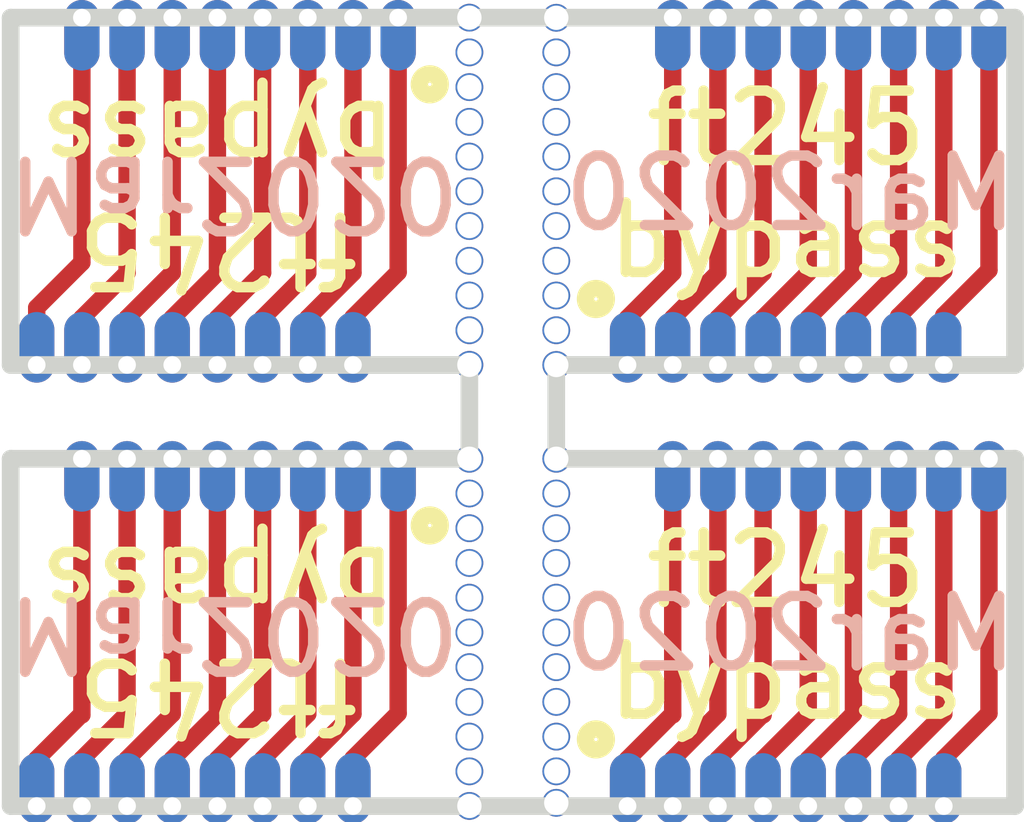
<source format=kicad_pcb>
(kicad_pcb (version 20171130) (host pcbnew 5.1.4+dfsg1-1)

  (general
    (thickness 1.6)
    (drawings 29)
    (tracks 143)
    (zones 0)
    (modules 64)
    (nets 33)
  )

  (page A4)
  (layers
    (0 F.Cu signal)
    (31 B.Cu signal)
    (34 B.Paste user hide)
    (35 F.Paste user hide)
    (36 B.SilkS user)
    (37 F.SilkS user)
    (38 B.Mask user hide)
    (39 F.Mask user hide)
    (44 Edge.Cuts user)
    (45 Margin user hide)
    (46 B.CrtYd user hide)
    (47 F.CrtYd user hide)
    (49 F.Fab user hide)
  )

  (setup
    (last_trace_width 0.25)
    (user_trace_width 0.254)
    (trace_clearance 0.2)
    (zone_clearance 0.508)
    (zone_45_only no)
    (trace_min 0.2)
    (via_size 0.8)
    (via_drill 0.4)
    (via_min_size 0.4)
    (via_min_drill 0.254)
    (user_via 0.4 0.35)
    (uvia_size 0.3)
    (uvia_drill 0.1)
    (uvias_allowed no)
    (uvia_min_size 0.2)
    (uvia_min_drill 0.1)
    (edge_width 0.05)
    (segment_width 0.2)
    (pcb_text_width 0.3)
    (pcb_text_size 1.5 1.5)
    (mod_edge_width 0.12)
    (mod_text_size 1 1)
    (mod_text_width 0.15)
    (pad_size 0.508 0.508)
    (pad_drill 0.254)
    (pad_to_mask_clearance 0.0508)
    (aux_axis_origin 93.3 105)
    (grid_origin -3.3 -2.25)
    (visible_elements FFFFFF7F)
    (pcbplotparams
      (layerselection 0x010fc_ffffffff)
      (usegerberextensions false)
      (usegerberattributes false)
      (usegerberadvancedattributes false)
      (creategerberjobfile false)
      (excludeedgelayer true)
      (linewidth 0.100000)
      (plotframeref false)
      (viasonmask false)
      (mode 1)
      (useauxorigin false)
      (hpglpennumber 1)
      (hpglpenspeed 20)
      (hpglpendiameter 15.000000)
      (psnegative false)
      (psa4output false)
      (plotreference true)
      (plotvalue true)
      (plotinvisibletext false)
      (padsonsilk false)
      (subtractmaskfromsilk false)
      (outputformat 1)
      (mirror false)
      (drillshape 0)
      (scaleselection 1)
      (outputdirectory "gerber/"))
  )

  (net 0 "")
  (net 1 /A0B0_1)
  (net 2 /A1B1_1)
  (net 3 /A2B2_1)
  (net 4 /A3B3_1)
  (net 5 /A4B4_1)
  (net 6 /A5B5_1)
  (net 7 /A6B6_1)
  (net 8 /A7B7_1)
  (net 9 /A1B1_2)
  (net 10 /A2B2_2)
  (net 11 /A3B3_2)
  (net 12 /A4B4_2)
  (net 13 /A5B5_2)
  (net 14 /A6B6_2)
  (net 15 /A7B7_2)
  (net 16 /A1B1_3)
  (net 17 /A2B2_3)
  (net 18 /A3B3_3)
  (net 19 /A4B4_3)
  (net 20 /A8B8_2)
  (net 21 /A5B5_3)
  (net 22 /A6B6_3)
  (net 23 /A7B7_3)
  (net 24 /A8B8_3)
  (net 25 /A1B1_4)
  (net 26 /A2B2_4)
  (net 27 /A3B3_4)
  (net 28 /A4B4_4)
  (net 29 /A5B5_4)
  (net 30 /A6B6_4)
  (net 31 /A7B7_4)
  (net 32 /A8B8_4)

  (net_class Default "This is the default net class."
    (clearance 0.2)
    (trace_width 0.25)
    (via_dia 0.8)
    (via_drill 0.4)
    (uvia_dia 0.3)
    (uvia_drill 0.1)
    (add_net /A0B0_1)
    (add_net /A1B1_1)
    (add_net /A1B1_2)
    (add_net /A1B1_3)
    (add_net /A1B1_4)
    (add_net /A2B2_1)
    (add_net /A2B2_2)
    (add_net /A2B2_3)
    (add_net /A2B2_4)
    (add_net /A3B3_1)
    (add_net /A3B3_2)
    (add_net /A3B3_3)
    (add_net /A3B3_4)
    (add_net /A4B4_1)
    (add_net /A4B4_2)
    (add_net /A4B4_3)
    (add_net /A4B4_4)
    (add_net /A5B5_1)
    (add_net /A5B5_2)
    (add_net /A5B5_3)
    (add_net /A5B5_4)
    (add_net /A6B6_1)
    (add_net /A6B6_2)
    (add_net /A6B6_3)
    (add_net /A6B6_4)
    (add_net /A7B7_1)
    (add_net /A7B7_2)
    (add_net /A7B7_3)
    (add_net /A7B7_4)
    (add_net /A8B8_2)
    (add_net /A8B8_3)
    (add_net /A8B8_4)
  )

  (module tom-mechanical:Castellation_5.08_2.54 (layer F.Cu) (tedit 5E310190) (tstamp 5E5AA2D0)
    (at -8.825 2.75 180)
    (path /5E5AACBA)
    (fp_text reference TP45 (at 13.275 -11.25) (layer F.Fab)
      (effects (font (size 1 1) (thickness 0.15)))
    )
    (fp_text value TestPoint (at 0 -0.5) (layer F.Fab) hide
      (effects (font (size 1 1) (thickness 0.15)))
    )
    (pad 1 thru_hole oval (at 0 0 180) (size 0.508 1.016) (drill 0.254 (offset 0 0.254)) (layers *.Cu *.Mask)
      (net 21 /A5B5_3))
  )

  (module tom-mechanical:Castellation_5.08_2.54 (layer F.Cu) (tedit 5E310190) (tstamp 5E5AA2C8)
    (at -10.125 -2.25)
    (path /5E5AACF0)
    (fp_text reference TP40 (at -11.845 2.52) (layer F.Fab)
      (effects (font (size 1 1) (thickness 0.15)))
    )
    (fp_text value TestPoint (at 0 -0.5) (layer F.Fab) hide
      (effects (font (size 1 1) (thickness 0.15)))
    )
    (pad 1 thru_hole oval (at 0 0) (size 0.508 1.016) (drill 0.254 (offset 0 0.254)) (layers *.Cu *.Mask)
      (net 24 /A8B8_3))
  )

  (module tom-mechanical:Castellation_5.08_2.54 (layer F.Cu) (tedit 5E310190) (tstamp 5E5AA2C4)
    (at -10.775 2.75 180)
    (path /5E5AACFA)
    (fp_text reference TP48 (at 0.865 -14.36) (layer F.Fab)
      (effects (font (size 1 1) (thickness 0.15)))
    )
    (fp_text value TestPoint (at 0 -0.5) (layer F.Fab) hide
      (effects (font (size 1 1) (thickness 0.15)))
    )
    (pad 1 thru_hole oval (at 0 0 180) (size 0.508 1.016) (drill 0.254 (offset 0 0.254)) (layers *.Cu *.Mask)
      (net 24 /A8B8_3))
  )

  (module tom-mechanical:Castellation_5.08_2.54 (layer F.Cu) (tedit 5E310190) (tstamp 5E5AA2BF)
    (at -9.475 2.75 180)
    (path /5E5AACCE)
    (fp_text reference TP46 (at 9.325 -24.37) (layer F.Fab)
      (effects (font (size 1 1) (thickness 0.15)))
    )
    (fp_text value TestPoint (at 0 -0.5) (layer F.Fab) hide
      (effects (font (size 1 1) (thickness 0.15)))
    )
    (pad 1 thru_hole oval (at 0 0 180) (size 0.508 1.016) (drill 0.254 (offset 0 0.254)) (layers *.Cu *.Mask)
      (net 22 /A6B6_3))
  )

  (module tom-mechanical:Castellation_5.08_2.54 (layer F.Cu) (tedit 5E310190) (tstamp 5E5AA2BB)
    (at -6.875 2.75 180)
    (path /5E5AAC76)
    (fp_text reference TP42 (at 0.305 -13.45) (layer F.Fab)
      (effects (font (size 1 1) (thickness 0.15)))
    )
    (fp_text value TestPoint (at 0 -0.5) (layer F.Fab) hide
      (effects (font (size 1 1) (thickness 0.15)))
    )
    (pad 1 thru_hole oval (at 0 0 180) (size 0.508 1.016) (drill 0.254 (offset 0 0.254)) (layers *.Cu *.Mask)
      (net 17 /A2B2_3))
  )

  (module tom-mechanical:Castellation_5.08_2.54 (layer F.Cu) (tedit 5E310190) (tstamp 5E5AA2B5)
    (at -6.875 -2.25)
    (path /5E5AAC82)
    (fp_text reference TP35 (at 15.415 7.52) (layer F.Fab)
      (effects (font (size 1 1) (thickness 0.15)))
    )
    (fp_text value TestPoint (at 0 -0.5) (layer F.Fab) hide
      (effects (font (size 1 1) (thickness 0.15)))
    )
    (pad 1 thru_hole oval (at 0 0) (size 0.508 1.016) (drill 0.254 (offset 0 0.254)) (layers *.Cu *.Mask)
      (net 18 /A3B3_3))
  )

  (module tom-mechanical:Castellation_5.08_2.54 (layer F.Cu) (tedit 5E310190) (tstamp 5E5AA2B1)
    (at -8.175 2.75 180)
    (path /5E5AACA2)
    (fp_text reference TP44 (at -12.215 -9.69) (layer F.Fab)
      (effects (font (size 1 1) (thickness 0.15)))
    )
    (fp_text value TestPoint (at 0 -0.5) (layer F.Fab) hide
      (effects (font (size 1 1) (thickness 0.15)))
    )
    (pad 1 thru_hole oval (at 0 0 180) (size 0.508 1.016) (drill 0.254 (offset 0 0.254)) (layers *.Cu *.Mask)
      (net 19 /A4B4_3))
  )

  (module tom-mechanical:Castellation_5.08_2.54 (layer F.Cu) (tedit 5E310190) (tstamp 5E5AA2AD)
    (at -10.125 2.75 180)
    (path /5E5AACE4)
    (fp_text reference TP47 (at 0.555 -3.9) (layer F.Fab)
      (effects (font (size 1 1) (thickness 0.15)))
    )
    (fp_text value TestPoint (at 0 -0.5) (layer F.Fab) hide
      (effects (font (size 1 1) (thickness 0.15)))
    )
    (pad 1 thru_hole oval (at 0 0 180) (size 0.508 1.016) (drill 0.254 (offset 0 0.254)) (layers *.Cu *.Mask)
      (net 23 /A7B7_3))
  )

  (module tom-mechanical:Castellation_5.08_2.54 (layer F.Cu) (tedit 5E310190) (tstamp 5E5AA2A8)
    (at -6.225 2.75 180)
    (path /5E5AAC62)
    (fp_text reference TP41 (at 4.135 -7.61) (layer F.Fab)
      (effects (font (size 1 1) (thickness 0.15)))
    )
    (fp_text value TestPoint (at 0 -0.5) (layer F.Fab) hide
      (effects (font (size 1 1) (thickness 0.15)))
    )
    (pad 1 thru_hole oval (at 0 0 180) (size 0.508 1.016) (drill 0.254 (offset 0 0.254)) (layers *.Cu *.Mask)
      (net 16 /A1B1_3))
  )

  (module tom-mechanical:Castellation_5.08_2.54 (layer F.Cu) (tedit 5E310190) (tstamp 5E5AA2A3)
    (at -7.525 -2.25)
    (path /5E5AAC98)
    (fp_text reference TP36 (at 18.465 1.62) (layer F.Fab)
      (effects (font (size 1 1) (thickness 0.15)))
    )
    (fp_text value TestPoint (at 0 -0.5) (layer F.Fab) hide
      (effects (font (size 1 1) (thickness 0.15)))
    )
    (pad 1 thru_hole oval (at 0 0) (size 0.508 1.016) (drill 0.254 (offset 0 0.254)) (layers *.Cu *.Mask)
      (net 19 /A4B4_3))
  )

  (module tom-mechanical:Castellation_5.08_2.54 (layer F.Cu) (tedit 5E310190) (tstamp 5E5AA298)
    (at -6.225 -2.25)
    (path /5E5AAC6C)
    (fp_text reference TP34 (at 12.485 -0.76) (layer F.Fab)
      (effects (font (size 1 1) (thickness 0.15)))
    )
    (fp_text value TestPoint (at 0 -0.5) (layer F.Fab) hide
      (effects (font (size 1 1) (thickness 0.15)))
    )
    (pad 1 thru_hole oval (at 0 0) (size 0.508 1.016) (drill 0.254 (offset 0 0.254)) (layers *.Cu *.Mask)
      (net 17 /A2B2_3))
  )

  (module tom-mechanical:Castellation_5.08_2.54 (layer F.Cu) (tedit 5E310190) (tstamp 5E5AA28F)
    (at -5.575 -2.25)
    (path /5E5AAC58)
    (fp_text reference TP33 (at -15.745 -8.31) (layer F.Fab)
      (effects (font (size 1 1) (thickness 0.15)))
    )
    (fp_text value TestPoint (at 0 -0.5) (layer F.Fab) hide
      (effects (font (size 1 1) (thickness 0.15)))
    )
    (pad 1 thru_hole oval (at 0 0) (size 0.508 1.016) (drill 0.254 (offset 0 0.254)) (layers *.Cu *.Mask)
      (net 16 /A1B1_3))
  )

  (module tom-mechanical:Castellation_5.08_2.54 (layer F.Cu) (tedit 5E310190) (tstamp 5E5AA28B)
    (at -7.525 2.75 180)
    (path /5E5AAC8C)
    (fp_text reference TP43 (at -15.745 -8.31) (layer F.Fab)
      (effects (font (size 1 1) (thickness 0.15)))
    )
    (fp_text value TestPoint (at 0 -0.5) (layer F.Fab) hide
      (effects (font (size 1 1) (thickness 0.15)))
    )
    (pad 1 thru_hole oval (at 0 0 180) (size 0.508 1.016) (drill 0.254 (offset 0 0.254)) (layers *.Cu *.Mask)
      (net 18 /A3B3_3))
  )

  (module tom-mechanical:Castellation_5.08_2.54 (layer F.Cu) (tedit 5E310190) (tstamp 5E5AA287)
    (at -8.175 -2.25)
    (path /5E5AACB0)
    (fp_text reference TP37 (at 5.165 10.99) (layer F.Fab)
      (effects (font (size 1 1) (thickness 0.15)))
    )
    (fp_text value TestPoint (at 0 -0.5) (layer F.Fab) hide
      (effects (font (size 1 1) (thickness 0.15)))
    )
    (pad 1 thru_hole oval (at 0 0) (size 0.508 1.016) (drill 0.254 (offset 0 0.254)) (layers *.Cu *.Mask)
      (net 21 /A5B5_3))
  )

  (module tom-mechanical:Castellation_5.08_2.54 (layer F.Cu) (tedit 5E310190) (tstamp 5E5AA281)
    (at -9.475 -2.25)
    (path /5E5AACDA)
    (fp_text reference TP39 (at -10.025 6.65) (layer F.Fab)
      (effects (font (size 1 1) (thickness 0.15)))
    )
    (fp_text value TestPoint (at 0 -0.5) (layer F.Fab) hide
      (effects (font (size 1 1) (thickness 0.15)))
    )
    (pad 1 thru_hole oval (at 0 0) (size 0.508 1.016) (drill 0.254 (offset 0 0.254)) (layers *.Cu *.Mask)
      (net 23 /A7B7_3))
  )

  (module tom-mechanical:Castellation_5.08_2.54 (layer F.Cu) (tedit 5E310190) (tstamp 5E5AA276)
    (at -8.825 -2.25)
    (path /5E5AACC4)
    (fp_text reference TP38 (at 11.365 10.06) (layer F.Fab)
      (effects (font (size 1 1) (thickness 0.15)))
    )
    (fp_text value TestPoint (at 0 -0.5) (layer F.Fab) hide
      (effects (font (size 1 1) (thickness 0.15)))
    )
    (pad 1 thru_hole oval (at 0 0) (size 0.508 1.016) (drill 0.254 (offset 0 0.254)) (layers *.Cu *.Mask)
      (net 22 /A6B6_3))
  )

  (module tom-mechanical:Castellation_5.08_2.54 (layer F.Cu) (tedit 5E310190) (tstamp 5E5AA061)
    (at -9.475 -3.6 180)
    (path /5E5B304A)
    (fp_text reference TP62 (at 9.325 -24.37) (layer F.Fab)
      (effects (font (size 1 1) (thickness 0.15)))
    )
    (fp_text value TestPoint (at 0 -0.5) (layer F.Fab) hide
      (effects (font (size 1 1) (thickness 0.15)))
    )
    (pad 1 thru_hole oval (at 0 0 180) (size 0.508 1.016) (drill 0.254 (offset 0 0.254)) (layers *.Cu *.Mask)
      (net 30 /A6B6_4))
  )

  (module tom-mechanical:Castellation_5.08_2.54 (layer F.Cu) (tedit 5E310190) (tstamp 5E5AA05D)
    (at -9.475 -8.6)
    (path /5E5B3056)
    (fp_text reference TP55 (at -10.025 6.65) (layer F.Fab)
      (effects (font (size 1 1) (thickness 0.15)))
    )
    (fp_text value TestPoint (at 0 -0.5) (layer F.Fab) hide
      (effects (font (size 1 1) (thickness 0.15)))
    )
    (pad 1 thru_hole oval (at 0 0) (size 0.508 1.016) (drill 0.254 (offset 0 0.254)) (layers *.Cu *.Mask)
      (net 31 /A7B7_4))
  )

  (module tom-mechanical:Castellation_5.08_2.54 (layer F.Cu) (tedit 5E310190) (tstamp 5E5AA057)
    (at -10.125 -8.6)
    (path /5E5B306C)
    (fp_text reference TP56 (at -11.845 2.52) (layer F.Fab)
      (effects (font (size 1 1) (thickness 0.15)))
    )
    (fp_text value TestPoint (at 0 -0.5) (layer F.Fab) hide
      (effects (font (size 1 1) (thickness 0.15)))
    )
    (pad 1 thru_hole oval (at 0 0) (size 0.508 1.016) (drill 0.254 (offset 0 0.254)) (layers *.Cu *.Mask)
      (net 32 /A8B8_4))
  )

  (module tom-mechanical:Castellation_5.08_2.54 (layer F.Cu) (tedit 5E310190) (tstamp 5E5AA053)
    (at -10.775 -3.6 180)
    (path /5E5B3076)
    (fp_text reference TP64 (at 0.865 -14.36) (layer F.Fab)
      (effects (font (size 1 1) (thickness 0.15)))
    )
    (fp_text value TestPoint (at 0 -0.5) (layer F.Fab) hide
      (effects (font (size 1 1) (thickness 0.15)))
    )
    (pad 1 thru_hole oval (at 0 0 180) (size 0.508 1.016) (drill 0.254 (offset 0 0.254)) (layers *.Cu *.Mask)
      (net 32 /A8B8_4))
  )

  (module tom-mechanical:Castellation_5.08_2.54 (layer F.Cu) (tedit 5E310190) (tstamp 5E5AA04F)
    (at -8.825 -3.6 180)
    (path /5E5B3036)
    (fp_text reference TP61 (at 13.275 -11.25) (layer F.Fab)
      (effects (font (size 1 1) (thickness 0.15)))
    )
    (fp_text value TestPoint (at 0 -0.5) (layer F.Fab) hide
      (effects (font (size 1 1) (thickness 0.15)))
    )
    (pad 1 thru_hole oval (at 0 0 180) (size 0.508 1.016) (drill 0.254 (offset 0 0.254)) (layers *.Cu *.Mask)
      (net 29 /A5B5_4))
  )

  (module tom-mechanical:Castellation_5.08_2.54 (layer F.Cu) (tedit 5E310190) (tstamp 5E5AA047)
    (at -10.125 -3.6 180)
    (path /5E5B3060)
    (fp_text reference TP63 (at 0.555 -3.9) (layer F.Fab)
      (effects (font (size 1 1) (thickness 0.15)))
    )
    (fp_text value TestPoint (at 0 -0.5) (layer F.Fab) hide
      (effects (font (size 1 1) (thickness 0.15)))
    )
    (pad 1 thru_hole oval (at 0 0 180) (size 0.508 1.016) (drill 0.254 (offset 0 0.254)) (layers *.Cu *.Mask)
      (net 31 /A7B7_4))
  )

  (module tom-mechanical:Castellation_5.08_2.54 (layer F.Cu) (tedit 5E310190) (tstamp 5E5AA042)
    (at -6.225 -3.6 180)
    (path /5E5B2FDE)
    (fp_text reference TP57 (at 4.135 -7.61) (layer F.Fab)
      (effects (font (size 1 1) (thickness 0.15)))
    )
    (fp_text value TestPoint (at 0 -0.5) (layer F.Fab) hide
      (effects (font (size 1 1) (thickness 0.15)))
    )
    (pad 1 thru_hole oval (at 0 0 180) (size 0.508 1.016) (drill 0.254 (offset 0 0.254)) (layers *.Cu *.Mask)
      (net 25 /A1B1_4))
  )

  (module tom-mechanical:Castellation_5.08_2.54 (layer F.Cu) (tedit 5E310190) (tstamp 5E5AA03E)
    (at -6.875 -8.6)
    (path /5E5B2FFE)
    (fp_text reference TP51 (at 15.415 7.52) (layer F.Fab)
      (effects (font (size 1 1) (thickness 0.15)))
    )
    (fp_text value TestPoint (at 0 -0.5) (layer F.Fab) hide
      (effects (font (size 1 1) (thickness 0.15)))
    )
    (pad 1 thru_hole oval (at 0 0) (size 0.508 1.016) (drill 0.254 (offset 0 0.254)) (layers *.Cu *.Mask)
      (net 27 /A3B3_4))
  )

  (module tom-mechanical:Castellation_5.08_2.54 (layer F.Cu) (tedit 5E310190) (tstamp 5E5AA03A)
    (at -8.175 -3.6 180)
    (path /5E5B301E)
    (fp_text reference TP60 (at -12.215 -9.69) (layer F.Fab)
      (effects (font (size 1 1) (thickness 0.15)))
    )
    (fp_text value TestPoint (at 0 -0.5) (layer F.Fab) hide
      (effects (font (size 1 1) (thickness 0.15)))
    )
    (pad 1 thru_hole oval (at 0 0 180) (size 0.508 1.016) (drill 0.254 (offset 0 0.254)) (layers *.Cu *.Mask)
      (net 28 /A4B4_4))
  )

  (module tom-mechanical:Castellation_5.08_2.54 (layer F.Cu) (tedit 5E310190) (tstamp 5E5AA035)
    (at -7.525 -3.6 180)
    (path /5E5B3008)
    (fp_text reference TP59 (at -15.745 -8.31) (layer F.Fab)
      (effects (font (size 1 1) (thickness 0.15)))
    )
    (fp_text value TestPoint (at 0 -0.5) (layer F.Fab) hide
      (effects (font (size 1 1) (thickness 0.15)))
    )
    (pad 1 thru_hole oval (at 0 0 180) (size 0.508 1.016) (drill 0.254 (offset 0 0.254)) (layers *.Cu *.Mask)
      (net 27 /A3B3_4))
  )

  (module tom-mechanical:Castellation_5.08_2.54 (layer F.Cu) (tedit 5E310190) (tstamp 5E5AA030)
    (at -8.175 -8.6)
    (path /5E5B302C)
    (fp_text reference TP53 (at 5.165 10.99) (layer F.Fab)
      (effects (font (size 1 1) (thickness 0.15)))
    )
    (fp_text value TestPoint (at 0 -0.5) (layer F.Fab) hide
      (effects (font (size 1 1) (thickness 0.15)))
    )
    (pad 1 thru_hole oval (at 0 0) (size 0.508 1.016) (drill 0.254 (offset 0 0.254)) (layers *.Cu *.Mask)
      (net 29 /A5B5_4))
  )

  (module tom-mechanical:Castellation_5.08_2.54 (layer F.Cu) (tedit 5E310190) (tstamp 5E5AA02A)
    (at -6.875 -3.6 180)
    (path /5E5B2FF2)
    (fp_text reference TP58 (at 0.305 -13.45) (layer F.Fab)
      (effects (font (size 1 1) (thickness 0.15)))
    )
    (fp_text value TestPoint (at 0 -0.5) (layer F.Fab) hide
      (effects (font (size 1 1) (thickness 0.15)))
    )
    (pad 1 thru_hole oval (at 0 0 180) (size 0.508 1.016) (drill 0.254 (offset 0 0.254)) (layers *.Cu *.Mask)
      (net 26 /A2B2_4))
  )

  (module tom-mechanical:Castellation_5.08_2.54 (layer F.Cu) (tedit 5E310190) (tstamp 5E5AA026)
    (at -8.825 -8.6)
    (path /5E5B3040)
    (fp_text reference TP54 (at 11.365 10.06) (layer F.Fab)
      (effects (font (size 1 1) (thickness 0.15)))
    )
    (fp_text value TestPoint (at 0 -0.5) (layer F.Fab) hide
      (effects (font (size 1 1) (thickness 0.15)))
    )
    (pad 1 thru_hole oval (at 0 0) (size 0.508 1.016) (drill 0.254 (offset 0 0.254)) (layers *.Cu *.Mask)
      (net 30 /A6B6_4))
  )

  (module tom-mechanical:Castellation_5.08_2.54 (layer F.Cu) (tedit 5E310190) (tstamp 5E5AA011)
    (at -7.525 -8.6)
    (path /5E5B3014)
    (fp_text reference TP52 (at 18.465 1.62) (layer F.Fab)
      (effects (font (size 1 1) (thickness 0.15)))
    )
    (fp_text value TestPoint (at 0 -0.5) (layer F.Fab) hide
      (effects (font (size 1 1) (thickness 0.15)))
    )
    (pad 1 thru_hole oval (at 0 0) (size 0.508 1.016) (drill 0.254 (offset 0 0.254)) (layers *.Cu *.Mask)
      (net 28 /A4B4_4))
  )

  (module tom-mechanical:Castellation_5.08_2.54 (layer F.Cu) (tedit 5E310190) (tstamp 5E5AA00A)
    (at -6.225 -8.6)
    (path /5E5B2FE8)
    (fp_text reference TP50 (at 12.485 -0.76) (layer F.Fab)
      (effects (font (size 1 1) (thickness 0.15)))
    )
    (fp_text value TestPoint (at 0 -0.5) (layer F.Fab) hide
      (effects (font (size 1 1) (thickness 0.15)))
    )
    (pad 1 thru_hole oval (at 0 0) (size 0.508 1.016) (drill 0.254 (offset 0 0.254)) (layers *.Cu *.Mask)
      (net 26 /A2B2_4))
  )

  (module tom-mechanical:Castellation_5.08_2.54 (layer F.Cu) (tedit 5E310190) (tstamp 5E5A9FFF)
    (at -5.575 -8.6)
    (path /5E5B2FD4)
    (fp_text reference TP49 (at 13.055 3.8) (layer F.Fab)
      (effects (font (size 1 1) (thickness 0.15)))
    )
    (fp_text value TestPoint (at 0 -0.5) (layer F.Fab) hide
      (effects (font (size 1 1) (thickness 0.15)))
    )
    (pad 1 thru_hole oval (at 0 0) (size 0.508 1.016) (drill 0.254 (offset 0 0.254)) (layers *.Cu *.Mask)
      (net 25 /A1B1_4))
  )

  (module tom-mechanical:Castellation_5.08_2.54 (layer F.Cu) (tedit 5E310190) (tstamp 5E30CFEF)
    (at 0.325 -8.6)
    (path /5E30EAC5)
    (fp_text reference TP20 (at -12.215 -9.69) (layer F.Fab)
      (effects (font (size 1 1) (thickness 0.15)))
    )
    (fp_text value TestPoint (at 0 -0.5) (layer F.Fab) hide
      (effects (font (size 1 1) (thickness 0.15)))
    )
    (pad 1 thru_hole oval (at 0 0) (size 0.508 1.016) (drill 0.254 (offset 0 0.254)) (layers *.Cu *.Mask)
      (net 12 /A4B4_2))
  )

  (module tom-mechanical:Castellation_5.08_2.54 (layer F.Cu) (tedit 5E310190) (tstamp 5E30CC6F)
    (at 2.275 -3.6 180)
    (path /5E30EB1D)
    (fp_text reference TP24 (at -11.845 2.52) (layer F.Fab)
      (effects (font (size 1 1) (thickness 0.15)))
    )
    (fp_text value TestPoint (at 0 -0.5) (layer F.Fab) hide
      (effects (font (size 1 1) (thickness 0.15)))
    )
    (pad 1 thru_hole oval (at 0 0 180) (size 0.508 1.016) (drill 0.254 (offset 0 0.254)) (layers *.Cu *.Mask)
      (net 20 /A8B8_2))
  )

  (module tom-mechanical:Castellation_5.08_2.54 (layer F.Cu) (tedit 5E310190) (tstamp 5E30D02B)
    (at 2.925 -8.6)
    (path /5E30EB27)
    (fp_text reference TP32 (at 0.865 -14.36) (layer F.Fab)
      (effects (font (size 1 1) (thickness 0.15)))
    )
    (fp_text value TestPoint (at 0 -0.5) (layer F.Fab) hide
      (effects (font (size 1 1) (thickness 0.15)))
    )
    (pad 1 thru_hole oval (at 0 0) (size 0.508 1.016) (drill 0.254 (offset 0 0.254)) (layers *.Cu *.Mask)
      (net 20 /A8B8_2))
  )

  (module tom-mechanical:Castellation_5.08_2.54 (layer F.Cu) (tedit 5E310190) (tstamp 5E30D026)
    (at 2.275 -8.6)
    (path /5E30EB11)
    (fp_text reference TP31 (at 0.555 -3.9) (layer F.Fab)
      (effects (font (size 1 1) (thickness 0.15)))
    )
    (fp_text value TestPoint (at 0 -0.5) (layer F.Fab) hide
      (effects (font (size 1 1) (thickness 0.15)))
    )
    (pad 1 thru_hole oval (at 0 0) (size 0.508 1.016) (drill 0.254 (offset 0 0.254)) (layers *.Cu *.Mask)
      (net 15 /A7B7_2))
  )

  (module tom-mechanical:Castellation_5.08_2.54 (layer F.Cu) (tedit 5E310190) (tstamp 5E30D021)
    (at 1.625 -8.6)
    (path /5E30EAFB)
    (fp_text reference TP30 (at 9.325 -24.37) (layer F.Fab)
      (effects (font (size 1 1) (thickness 0.15)))
    )
    (fp_text value TestPoint (at 0 -0.5) (layer F.Fab) hide
      (effects (font (size 1 1) (thickness 0.15)))
    )
    (pad 1 thru_hole oval (at 0 0) (size 0.508 1.016) (drill 0.254 (offset 0 0.254)) (layers *.Cu *.Mask)
      (net 14 /A6B6_2))
  )

  (module tom-mechanical:Castellation_5.08_2.54 (layer F.Cu) (tedit 5E310190) (tstamp 5E30D01C)
    (at 0.975 -8.6)
    (path /5E30EAE7)
    (fp_text reference TP29 (at 13.275 -11.25) (layer F.Fab)
      (effects (font (size 1 1) (thickness 0.15)))
    )
    (fp_text value TestPoint (at 0 -0.5) (layer F.Fab) hide
      (effects (font (size 1 1) (thickness 0.15)))
    )
    (pad 1 thru_hole oval (at 0 0) (size 0.508 1.016) (drill 0.254 (offset 0 0.254)) (layers *.Cu *.Mask)
      (net 13 /A5B5_2))
  )

  (module tom-mechanical:Castellation_5.08_2.54 (layer F.Cu) (tedit 5E310190) (tstamp 5E30D017)
    (at -0.325 -3.6 180)
    (path /5E30EACF)
    (fp_text reference TP28 (at 18.465 1.62) (layer F.Fab)
      (effects (font (size 1 1) (thickness 0.15)))
    )
    (fp_text value TestPoint (at 0 -0.5) (layer F.Fab) hide
      (effects (font (size 1 1) (thickness 0.15)))
    )
    (pad 1 thru_hole oval (at 0 0 180) (size 0.508 1.016) (drill 0.254 (offset 0 0.254)) (layers *.Cu *.Mask)
      (net 12 /A4B4_2))
  )

  (module tom-mechanical:Castellation_5.08_2.54 (layer F.Cu) (tedit 5E310190) (tstamp 5E30D012)
    (at -0.325 -8.6)
    (path /5E30EAB9)
    (fp_text reference TP27 (at -15.745 -8.31) (layer F.Fab)
      (effects (font (size 1 1) (thickness 0.15)))
    )
    (fp_text value TestPoint (at 0 -0.5) (layer F.Fab) hide
      (effects (font (size 1 1) (thickness 0.15)))
    )
    (pad 1 thru_hole oval (at 0 0) (size 0.508 1.016) (drill 0.254 (offset 0 0.254)) (layers *.Cu *.Mask)
      (net 11 /A3B3_2))
  )

  (module tom-mechanical:Castellation_5.08_2.54 (layer F.Cu) (tedit 5E310190) (tstamp 5E30D00D)
    (at -0.975 -8.6)
    (path /5E30EAA3)
    (fp_text reference TP26 (at 0.305 -13.45) (layer F.Fab)
      (effects (font (size 1 1) (thickness 0.15)))
    )
    (fp_text value TestPoint (at 0 -0.5) (layer F.Fab) hide
      (effects (font (size 1 1) (thickness 0.15)))
    )
    (pad 1 thru_hole oval (at 0 0) (size 0.508 1.016) (drill 0.254 (offset 0 0.254)) (layers *.Cu *.Mask)
      (net 10 /A2B2_2))
  )

  (module tom-mechanical:Castellation_5.08_2.54 (layer F.Cu) (tedit 5E310190) (tstamp 5E30D008)
    (at -1.625 -8.6)
    (path /5E30EA8F)
    (fp_text reference TP25 (at 4.135 -7.61) (layer F.Fab)
      (effects (font (size 1 1) (thickness 0.15)))
    )
    (fp_text value TestPoint (at 0 -0.5) (layer F.Fab) hide
      (effects (font (size 1 1) (thickness 0.15)))
    )
    (pad 1 thru_hole oval (at 0 0) (size 0.508 1.016) (drill 0.254 (offset 0 0.254)) (layers *.Cu *.Mask)
      (net 9 /A1B1_2))
  )

  (module tom-mechanical:Castellation_5.08_2.54 (layer F.Cu) (tedit 5E310190) (tstamp 5E30CFFE)
    (at 1.625 -3.6 180)
    (path /5E30EB07)
    (fp_text reference TP23 (at -10.025 6.65) (layer F.Fab)
      (effects (font (size 1 1) (thickness 0.15)))
    )
    (fp_text value TestPoint (at 0 -0.5) (layer F.Fab) hide
      (effects (font (size 1 1) (thickness 0.15)))
    )
    (pad 1 thru_hole oval (at 0 0 180) (size 0.508 1.016) (drill 0.254 (offset 0 0.254)) (layers *.Cu *.Mask)
      (net 15 /A7B7_2))
  )

  (module tom-mechanical:Castellation_5.08_2.54 (layer F.Cu) (tedit 5E310190) (tstamp 5E30CFF9)
    (at 0.975 -3.6 180)
    (path /5E30EAF1)
    (fp_text reference TP22 (at 11.365 10.06) (layer F.Fab)
      (effects (font (size 1 1) (thickness 0.15)))
    )
    (fp_text value TestPoint (at 0 -0.5) (layer F.Fab) hide
      (effects (font (size 1 1) (thickness 0.15)))
    )
    (pad 1 thru_hole oval (at 0 0 180) (size 0.508 1.016) (drill 0.254 (offset 0 0.254)) (layers *.Cu *.Mask)
      (net 14 /A6B6_2))
  )

  (module tom-mechanical:Castellation_5.08_2.54 (layer F.Cu) (tedit 5E310190) (tstamp 5E30CFF4)
    (at 0.325 -3.6 180)
    (path /5E30EADD)
    (fp_text reference TP21 (at 5.165 10.99) (layer F.Fab)
      (effects (font (size 1 1) (thickness 0.15)))
    )
    (fp_text value TestPoint (at 0 -0.5) (layer F.Fab) hide
      (effects (font (size 1 1) (thickness 0.15)))
    )
    (pad 1 thru_hole oval (at 0 0 180) (size 0.508 1.016) (drill 0.254 (offset 0 0.254)) (layers *.Cu *.Mask)
      (net 13 /A5B5_2))
  )

  (module tom-mechanical:Castellation_5.08_2.54 (layer F.Cu) (tedit 5E310190) (tstamp 5E30CFEA)
    (at -0.975 -3.6 180)
    (path /5E30EAAF)
    (fp_text reference TP19 (at 15.415 7.52) (layer F.Fab)
      (effects (font (size 1 1) (thickness 0.15)))
    )
    (fp_text value TestPoint (at 0 -0.5) (layer F.Fab) hide
      (effects (font (size 1 1) (thickness 0.15)))
    )
    (pad 1 thru_hole oval (at 0 0 180) (size 0.508 1.016) (drill 0.254 (offset 0 0.254)) (layers *.Cu *.Mask)
      (net 11 /A3B3_2))
  )

  (module tom-mechanical:Castellation_5.08_2.54 (layer F.Cu) (tedit 5E310190) (tstamp 5E30CFE5)
    (at -1.625 -3.6 180)
    (path /5E30EA99)
    (fp_text reference TP18 (at 12.485 -0.76) (layer F.Fab)
      (effects (font (size 1 1) (thickness 0.15)))
    )
    (fp_text value TestPoint (at 0 -0.5) (layer F.Fab) hide
      (effects (font (size 1 1) (thickness 0.15)))
    )
    (pad 1 thru_hole oval (at 0 0 180) (size 0.508 1.016) (drill 0.254 (offset 0 0.254)) (layers *.Cu *.Mask)
      (net 10 /A2B2_2))
  )

  (module tom-mechanical:Castellation_5.08_2.54 (layer F.Cu) (tedit 5E310190) (tstamp 5E30CFE0)
    (at -2.275 -3.6 180)
    (path /5E30EA85)
    (fp_text reference TP17 (at 13.055 3.8) (layer F.Fab)
      (effects (font (size 1 1) (thickness 0.15)))
    )
    (fp_text value TestPoint (at 0 -0.5) (layer F.Fab) hide
      (effects (font (size 1 1) (thickness 0.15)))
    )
    (pad 1 thru_hole oval (at 0 0 180) (size 0.508 1.016) (drill 0.254 (offset 0 0.254)) (layers *.Cu *.Mask)
      (net 9 /A1B1_2))
  )

  (module tom-mechanical:Castellation_5.08_2.54 (layer F.Cu) (tedit 5E310190) (tstamp 5E3078BA)
    (at -0.325 -2.25)
    (path /5E309C9F)
    (fp_text reference TP11 (at -11.025 1.63) (layer F.Fab)
      (effects (font (size 1 1) (thickness 0.15)))
    )
    (fp_text value TestPoint (at 0 -0.5) (layer F.Fab) hide
      (effects (font (size 1 1) (thickness 0.15)))
    )
    (pad 1 thru_hole oval (at 0 0) (size 0.508 1.016) (drill 0.254 (offset 0 0.254)) (layers *.Cu *.Mask)
      (net 3 /A2B2_1))
  )

  (module tom-mechanical:Castellation_5.08_2.54 (layer F.Cu) (tedit 5E310190) (tstamp 5E3078EE)
    (at 0.325 -2.25)
    (path /5E30AEA7)
    (fp_text reference TP12 (at -9.235 6.7) (layer F.Fab)
      (effects (font (size 1 1) (thickness 0.15)))
    )
    (fp_text value TestPoint (at 0 -0.5) (layer F.Fab) hide
      (effects (font (size 1 1) (thickness 0.15)))
    )
    (pad 1 thru_hole oval (at 0 0) (size 0.508 1.016) (drill 0.254 (offset 0 0.254)) (layers *.Cu *.Mask)
      (net 4 /A3B3_1))
  )

  (module tom-mechanical:Castellation_5.08_2.54 (layer F.Cu) (tedit 5E310190) (tstamp 5E3077E2)
    (at 0.975 -2.25)
    (path /5E30C5FD)
    (fp_text reference TP13 (at -8.215 4.13) (layer F.Fab)
      (effects (font (size 1 1) (thickness 0.15)))
    )
    (fp_text value TestPoint (at 0 -0.5) (layer F.Fab) hide
      (effects (font (size 1 1) (thickness 0.15)))
    )
    (pad 1 thru_hole oval (at 0 0) (size 0.508 1.016) (drill 0.254 (offset 0 0.254)) (layers *.Cu *.Mask)
      (net 5 /A4B4_1))
  )

  (module tom-mechanical:Castellation_5.08_2.54 (layer F.Cu) (tedit 5E310190) (tstamp 5E3077DD)
    (at 1.625 -2.25)
    (path /5E30C611)
    (fp_text reference TP14 (at 5.795 -1.03) (layer F.Fab)
      (effects (font (size 1 1) (thickness 0.15)))
    )
    (fp_text value TestPoint (at 0 -0.5) (layer F.Fab) hide
      (effects (font (size 1 1) (thickness 0.15)))
    )
    (pad 1 thru_hole oval (at 0 0) (size 0.508 1.016) (drill 0.254 (offset 0 0.254)) (layers *.Cu *.Mask)
      (net 6 /A5B5_1))
  )

  (module tom-mechanical:Castellation_5.08_2.54 (layer F.Cu) (tedit 5E310190) (tstamp 5E307912)
    (at 2.275 -2.25)
    (path /5E30C627)
    (fp_text reference TP15 (at -14.725 4.09) (layer F.Fab)
      (effects (font (size 1 1) (thickness 0.15)))
    )
    (fp_text value TestPoint (at 0 -0.5) (layer F.Fab) hide
      (effects (font (size 1 1) (thickness 0.15)))
    )
    (pad 1 thru_hole oval (at 0 0) (size 0.508 1.016) (drill 0.254 (offset 0 0.254)) (layers *.Cu *.Mask)
      (net 7 /A6B6_1))
  )

  (module tom-mechanical:Castellation_5.08_2.54 (layer F.Cu) (tedit 5E310190) (tstamp 5E3077D3)
    (at 2.925 -2.25)
    (path /5E30C63D)
    (fp_text reference TP16 (at -11.165 9.05) (layer F.Fab)
      (effects (font (size 1 1) (thickness 0.15)))
    )
    (fp_text value TestPoint (at 0 -0.5) (layer F.Fab) hide
      (effects (font (size 1 1) (thickness 0.15)))
    )
    (pad 1 thru_hole oval (at 0 0) (size 0.508 1.016) (drill 0.254 (offset 0 0.254)) (layers *.Cu *.Mask)
      (net 8 /A7B7_1))
  )

  (module tom-mechanical:Castellation_5.08_2.54 (layer F.Cu) (tedit 5E310190) (tstamp 5E3077CE)
    (at 2.275 2.75 180)
    (path /5E30C633)
    (fp_text reference TP8 (at -4.485 -0.68) (layer F.Fab)
      (effects (font (size 1 1) (thickness 0.15)))
    )
    (fp_text value TestPoint (at 0 -0.5) (layer F.Fab) hide
      (effects (font (size 1 1) (thickness 0.15)))
    )
    (pad 1 thru_hole oval (at 0 0 180) (size 0.508 1.016) (drill 0.254 (offset 0 0.254)) (layers *.Cu *.Mask)
      (net 8 /A7B7_1))
  )

  (module tom-mechanical:Castellation_5.08_2.54 (layer F.Cu) (tedit 5E310190) (tstamp 5E3077C9)
    (at 1.625 2.75 180)
    (path /5E30C61D)
    (fp_text reference TP7 (at 4.035 -5.71) (layer F.Fab)
      (effects (font (size 1 1) (thickness 0.15)))
    )
    (fp_text value TestPoint (at 0 -0.5) (layer F.Fab) hide
      (effects (font (size 1 1) (thickness 0.15)))
    )
    (pad 1 thru_hole oval (at 0 0 180) (size 0.508 1.016) (drill 0.254 (offset 0 0.254)) (layers *.Cu *.Mask)
      (net 7 /A6B6_1))
  )

  (module tom-mechanical:Castellation_5.08_2.54 (layer F.Cu) (tedit 5E310190) (tstamp 5E3077C4)
    (at 0.975 2.75 180)
    (path /5E30C607)
    (fp_text reference TP6 (at -3.055 -2.15) (layer F.Fab)
      (effects (font (size 1 1) (thickness 0.15)))
    )
    (fp_text value TestPoint (at 0 -0.5) (layer F.Fab) hide
      (effects (font (size 1 1) (thickness 0.15)))
    )
    (pad 1 thru_hole oval (at 0 0 180) (size 0.508 1.016) (drill 0.254 (offset 0 0.254)) (layers *.Cu *.Mask)
      (net 6 /A5B5_1))
  )

  (module tom-mechanical:Castellation_5.08_2.54 (layer F.Cu) (tedit 5E310190) (tstamp 5E3077BF)
    (at 0.325 2.75 180)
    (path /5E30C5F3)
    (fp_text reference TP5 (at 4.755 -3.8) (layer F.Fab)
      (effects (font (size 1 1) (thickness 0.15)))
    )
    (fp_text value TestPoint (at 0 -0.5) (layer F.Fab) hide
      (effects (font (size 1 1) (thickness 0.15)))
    )
    (pad 1 thru_hole oval (at 0 0 180) (size 0.508 1.016) (drill 0.254 (offset 0 0.254)) (layers *.Cu *.Mask)
      (net 5 /A4B4_1))
  )

  (module tom-mechanical:Castellation_5.08_2.54 (layer F.Cu) (tedit 5E310190) (tstamp 5E3077BA)
    (at -0.325 2.75 180)
    (path /5E30AE9D)
    (fp_text reference TP4 (at -1.035 -2.61) (layer F.Fab)
      (effects (font (size 1 1) (thickness 0.15)))
    )
    (fp_text value TestPoint (at 0 -0.5) (layer F.Fab) hide
      (effects (font (size 1 1) (thickness 0.15)))
    )
    (pad 1 thru_hole oval (at 0 0 180) (size 0.508 1.016) (drill 0.254 (offset 0 0.254)) (layers *.Cu *.Mask)
      (net 4 /A3B3_1))
  )

  (module tom-mechanical:Castellation_5.08_2.54 (layer F.Cu) (tedit 5E310190) (tstamp 5E3077B5)
    (at -0.975 2.75 180)
    (path /5E309C95)
    (fp_text reference TP3 (at -2.795 -4.6) (layer F.Fab)
      (effects (font (size 1 1) (thickness 0.15)))
    )
    (fp_text value TestPoint (at 0 -0.5) (layer F.Fab) hide
      (effects (font (size 1 1) (thickness 0.15)))
    )
    (pad 1 thru_hole oval (at 0 0 180) (size 0.508 1.016) (drill 0.254 (offset 0 0.254)) (layers *.Cu *.Mask)
      (net 3 /A2B2_1))
  )

  (module tom-mechanical:Castellation_5.08_2.54 (layer F.Cu) (tedit 5E310190) (tstamp 5E30766F)
    (at -0.975 -2.25)
    (path /5E308717)
    (fp_text reference TP10 (at -5.665 -0.4) (layer F.Fab)
      (effects (font (size 1 1) (thickness 0.15)))
    )
    (fp_text value TestPoint (at 0 -0.5) (layer F.Fab) hide
      (effects (font (size 1 1) (thickness 0.15)))
    )
    (pad 1 thru_hole oval (at 0 0) (size 0.508 1.016) (drill 0.254 (offset 0 0.254)) (layers *.Cu *.Mask)
      (net 2 /A1B1_1))
  )

  (module tom-mechanical:Castellation_5.08_2.54 (layer F.Cu) (tedit 5E310190) (tstamp 5E307663)
    (at -1.625 2.75 180)
    (path /5E308509)
    (fp_text reference TP2 (at -0.055 -3.52) (layer F.Fab)
      (effects (font (size 1 1) (thickness 0.15)))
    )
    (fp_text value TestPoint (at 0 -0.5) (layer F.Fab) hide
      (effects (font (size 1 1) (thickness 0.15)))
    )
    (pad 1 thru_hole oval (at 0 0 180) (size 0.508 1.016) (drill 0.254 (offset 0 0.254)) (layers *.Cu *.Mask)
      (net 2 /A1B1_1))
  )

  (module tom-mechanical:Castellation_5.08_2.54 (layer F.Cu) (tedit 5E310190) (tstamp 5E307532)
    (at -1.625 -2.25)
    (path /5E307E0E)
    (fp_text reference TP9 (at -5.535 1.66) (layer F.Fab)
      (effects (font (size 1 1) (thickness 0.15)))
    )
    (fp_text value TestPoint (at 0 -0.5) (layer F.Fab) hide
      (effects (font (size 1 1) (thickness 0.15)))
    )
    (pad 1 thru_hole oval (at 0 0) (size 0.508 1.016) (drill 0.254 (offset 0 0.254)) (layers *.Cu *.Mask)
      (net 1 /A0B0_1))
  )

  (module tom-mechanical:Castellation_5.08_2.54 (layer F.Cu) (tedit 5E310190) (tstamp 5E307547)
    (at -2.275 2.75 180)
    (path /5E3073B5)
    (fp_text reference TP1 (at 0.745 -1.76) (layer F.Fab)
      (effects (font (size 1 1) (thickness 0.15)))
    )
    (fp_text value TestPoint (at 0 -0.5) (layer F.Fab) hide
      (effects (font (size 1 1) (thickness 0.15)))
    )
    (pad 1 thru_hole oval (at 0 0 180) (size 0.508 1.016) (drill 0.254 (offset 0 0.254)) (layers *.Cu *.Mask)
      (net 1 /A0B0_1))
  )

  (gr_text "ft245\nbypass" (at -8.17 0.35 180) (layer F.SilkS) (tstamp 5E5AFA4F)
    (effects (font (size 1 1) (thickness 0.15)))
  )
  (gr_text "ft245\nbypass" (at -8.17 -6.07 180) (layer F.SilkS) (tstamp 5E5AFA2D)
    (effects (font (size 1 1) (thickness 0.15)))
  )
  (gr_text Mar2020 (at -7.94 0.27 180) (layer B.SilkS) (tstamp 5E5AF9FF)
    (effects (font (size 1 1) (thickness 0.15)) (justify mirror))
  )
  (gr_text Mar2020 (at -7.94 -6.07 180) (layer B.SilkS) (tstamp 5E5AF9FA)
    (effects (font (size 1 1) (thickness 0.15)) (justify mirror))
  )
  (gr_circle (center -5.12 -7.64) (end -4.97 -7.64) (layer F.SilkS) (width 0.25) (tstamp 5E5B0B9F))
  (gr_circle (center -5.12 -1.29) (end -4.97 -1.29) (layer F.SilkS) (width 0.25) (tstamp 5E5B0B93))
  (gr_line (start -3.3 -3.6) (end -3.3 -2.25) (layer Edge.Cuts) (width 0.254) (tstamp 5E5AA422))
  (gr_line (start -4.55 -3.6) (end -4.55 -2.25) (layer Edge.Cuts) (width 0.254))
  (gr_line (start -11.15 -2.25) (end -4.55 -2.25) (layer Edge.Cuts) (width 0.254) (tstamp 5E5AA2A1))
  (gr_line (start -11.15 -2.25) (end -11.15 2.75) (layer Edge.Cuts) (width 0.254) (tstamp 5E5AA286))
  (gr_line (start -11.15 2.75) (end -4.55 2.75) (layer Edge.Cuts) (width 0.254) (tstamp 5E5AA274))
  (gr_line (start -11.15 -8.6) (end -4.55 -8.6) (layer Edge.Cuts) (width 0.254) (tstamp 5E5AA010))
  (gr_line (start -4.56 -8.59) (end -4.54 -8.6) (layer Edge.Cuts) (width 0.05) (tstamp 5E5AA00F))
  (gr_line (start -11.15 -8.6) (end -11.15 -3.6) (layer Edge.Cuts) (width 0.254) (tstamp 5E5AA008))
  (gr_line (start -11.15 -3.6) (end -4.55 -3.6) (layer Edge.Cuts) (width 0.254) (tstamp 5E5AA005))
  (gr_text Mar2020 (at 0.07 -6.07) (layer B.SilkS)
    (effects (font (size 1 1) (thickness 0.15)) (justify mirror))
  )
  (gr_circle (center -2.73 -4.55) (end -2.58 -4.55) (layer F.SilkS) (width 0.25) (tstamp 5E30D792))
  (gr_circle (center -2.73 1.79) (end -2.58 1.79) (layer F.SilkS) (width 0.25))
  (gr_text Mar2020 (at 0.07 0.27) (layer B.SilkS) (tstamp 5E30D6FA)
    (effects (font (size 1 1) (thickness 0.15)) (justify mirror))
  )
  (gr_text "ft245\nbypass" (at 0.01 -6.2) (layer F.SilkS) (tstamp 5E30D6CD)
    (effects (font (size 1 1) (thickness 0.15)))
  )
  (gr_text "ft245\nbypass" (at 0.01 0.16) (layer F.SilkS) (tstamp 5E5B0B8C)
    (effects (font (size 1 1) (thickness 0.15)))
  )
  (gr_line (start -4.55 2.75) (end -3.3 2.75) (layer Edge.Cuts) (width 0.254) (tstamp 5E30D464))
  (gr_line (start -3.3 -8.6) (end -4.55 -8.6) (layer Edge.Cuts) (width 0.254))
  (gr_line (start 3.3 -3.6) (end -3.3 -3.6) (layer Edge.Cuts) (width 0.254) (tstamp 5E30CCC9))
  (gr_line (start 3.3 -8.6) (end -3.3 -8.6) (layer Edge.Cuts) (width 0.254) (tstamp 5E30CCBB))
  (gr_line (start 3.3 -3.6) (end 3.3 -8.6) (layer Edge.Cuts) (width 0.254) (tstamp 5E30CC9E))
  (gr_line (start 3.3 2.75) (end 3.3 -2.25) (layer Edge.Cuts) (width 0.254) (tstamp 5E306E22))
  (gr_line (start 3.3 2.75) (end -3.3 2.75) (layer Edge.Cuts) (width 0.254) (tstamp 5E306E16))
  (gr_line (start 3.3 -2.25) (end -3.3 -2.25) (layer Edge.Cuts) (width 0.254) (tstamp 5E306ACD))

  (via (at -3.3 1.75) (size 0.4) (drill 0.35) (layers F.Cu B.Cu) (net 0))
  (via (at -3.3 0.75) (size 0.4) (drill 0.35) (layers F.Cu B.Cu) (net 0))
  (via (at -3.3 -0.25) (size 0.4) (drill 0.35) (layers F.Cu B.Cu) (net 0))
  (via (at -3.3 -1.25) (size 0.4) (drill 0.35) (layers F.Cu B.Cu) (net 0))
  (via (at -3.3 -2.25) (size 0.4) (drill 0.35) (layers F.Cu B.Cu) (net 0))
  (via (at -3.3 1.25) (size 0.4) (drill 0.35) (layers F.Cu B.Cu) (net 0))
  (via (at -3.3 0.25) (size 0.4) (drill 0.35) (layers F.Cu B.Cu) (net 0))
  (via (at -3.3 -0.75) (size 0.4) (drill 0.35) (layers F.Cu B.Cu) (net 0))
  (via (at -3.3 -8.1) (size 0.4) (drill 0.35) (layers F.Cu B.Cu) (net 0))
  (via (at -3.3 -7.6) (size 0.4) (drill 0.35) (layers F.Cu B.Cu) (net 0))
  (via (at -3.3 -7.1) (size 0.4) (drill 0.35) (layers F.Cu B.Cu) (net 0))
  (via (at -3.3 -6.6) (size 0.4) (drill 0.35) (layers F.Cu B.Cu) (net 0))
  (via (at -3.3 -6.1) (size 0.4) (drill 0.35) (layers F.Cu B.Cu) (net 0))
  (via (at -3.3 -5.6) (size 0.4) (drill 0.35) (layers F.Cu B.Cu) (net 0))
  (via (at -3.3 -5.1) (size 0.4) (drill 0.35) (layers F.Cu B.Cu) (net 0))
  (via (at -3.3 -4.6) (size 0.4) (drill 0.35) (layers F.Cu B.Cu) (net 0))
  (via (at -3.3 -4.1) (size 0.4) (drill 0.35) (layers F.Cu B.Cu) (net 0))
  (via (at -3.3 -3.6) (size 0.4) (drill 0.35) (layers F.Cu B.Cu) (net 0))
  (via (at -3.3 -1.75) (size 0.4) (drill 0.35) (layers F.Cu B.Cu) (net 0))
  (via (at -3.3 2.25) (size 0.4) (drill 0.35) (layers F.Cu B.Cu) (net 0))
  (via (at -3.3 -8.598) (size 0.4) (drill 0.35) (layers F.Cu B.Cu) (net 0))
  (via (at -3.3 2.703) (size 0.4) (drill 0.35) (layers F.Cu B.Cu) (net 0))
  (via (at -4.55 -6.1) (size 0.4) (drill 0.35) (layers F.Cu B.Cu) (net 0) (tstamp 5E5AA007))
  (via (at -4.55 -4.6) (size 0.4) (drill 0.35) (layers F.Cu B.Cu) (net 0) (tstamp 5E5AA015))
  (via (at -4.55 -4.1) (size 0.4) (drill 0.35) (layers F.Cu B.Cu) (net 0) (tstamp 5E5AA016))
  (via (at -4.55 -6.6) (size 0.4) (drill 0.35) (layers F.Cu B.Cu) (net 0) (tstamp 5E5AA017))
  (via (at -4.55 -7.1) (size 0.4) (drill 0.35) (layers F.Cu B.Cu) (net 0) (tstamp 5E5AA01B))
  (via (at -4.55 -5.6) (size 0.4) (drill 0.35) (layers F.Cu B.Cu) (net 0) (tstamp 5E5AA01C))
  (via (at -4.55 -8.6) (size 0.4) (drill 0.35) (layers F.Cu B.Cu) (net 0) (tstamp 5E5AA025))
  (via (at -4.55 -3.602) (size 0.4) (drill 0.35) (layers F.Cu B.Cu) (net 0) (tstamp 5E5AA02E))
  (via (at -4.55 -5.1) (size 0.4) (drill 0.35) (layers F.Cu B.Cu) (net 0) (tstamp 5E5AA034))
  (via (at -4.55 -8.1) (size 0.4) (drill 0.35) (layers F.Cu B.Cu) (net 0) (tstamp 5E5AA046))
  (via (at -4.55 -7.6) (size 0.4) (drill 0.35) (layers F.Cu B.Cu) (net 0) (tstamp 5E5AA05C))
  (via (at -4.55 2.25) (size 0.4) (drill 0.35) (layers F.Cu B.Cu) (net 0) (tstamp 5E5AA26F))
  (via (at -4.55 -0.25) (size 0.4) (drill 0.35) (layers F.Cu B.Cu) (net 0) (tstamp 5E5AA271))
  (via (at -4.55 -2.25) (size 0.4) (drill 0.35) (layers F.Cu B.Cu) (net 0) (tstamp 5E5AA272))
  (via (at -4.55 -0.75) (size 0.4) (drill 0.35) (layers F.Cu B.Cu) (net 0) (tstamp 5E5AA275))
  (via (at -4.55 1.25) (size 0.4) (drill 0.35) (layers F.Cu B.Cu) (net 0) (tstamp 5E5AA27D))
  (via (at -4.55 -1.25) (size 0.4) (drill 0.35) (layers F.Cu B.Cu) (net 0) (tstamp 5E5AA280))
  (via (at -4.55 1.75) (size 0.4) (drill 0.35) (layers F.Cu B.Cu) (net 0) (tstamp 5E5AA285))
  (via (at -4.55 0.25) (size 0.4) (drill 0.35) (layers F.Cu B.Cu) (net 0) (tstamp 5E5AA293))
  (via (at -4.55 0.75) (size 0.4) (drill 0.35) (layers F.Cu B.Cu) (net 0) (tstamp 5E5AA294))
  (via (at -4.55 2.748) (size 0.4) (drill 0.35) (layers F.Cu B.Cu) (net 0) (tstamp 5E5AA2A7))
  (via (at -4.55 -1.75) (size 0.4) (drill 0.35) (layers F.Cu B.Cu) (net 0) (tstamp 5E5AA2AC))
  (segment (start -1.625 -2.25) (end -1.625 1.436747) (width 0.25) (layer F.Cu) (net 1))
  (segment (start -2.275 2.073157) (end -2.275 2.75) (width 0.25) (layer F.Cu) (net 1))
  (segment (start -1.63859 1.436747) (end -2.275 2.073157) (width 0.25) (layer F.Cu) (net 1))
  (segment (start -1.625 1.436747) (end -1.63859 1.436747) (width 0.25) (layer F.Cu) (net 1))
  (segment (start -1.625 2.073157) (end -1.625 2.75) (width 0.25) (layer F.Cu) (net 2))
  (segment (start -0.975 1.423157) (end -1.625 2.073157) (width 0.25) (layer F.Cu) (net 2))
  (segment (start -0.975 -2.25) (end -0.975 1.423157) (width 0.25) (layer F.Cu) (net 2))
  (segment (start -0.325 -2.25) (end -0.325 1.436747) (width 0.25) (layer F.Cu) (net 3))
  (segment (start -0.975 2.073157) (end -0.975 2.75) (width 0.25) (layer F.Cu) (net 3))
  (segment (start -0.33859 1.436747) (end -0.975 2.073157) (width 0.25) (layer F.Cu) (net 3))
  (segment (start -0.325 1.436747) (end -0.33859 1.436747) (width 0.25) (layer F.Cu) (net 3))
  (segment (start -0.325 2.073157) (end -0.325 2.75) (width 0.25) (layer F.Cu) (net 4))
  (segment (start 0.325 1.423157) (end -0.325 2.073157) (width 0.25) (layer F.Cu) (net 4))
  (segment (start 0.325 -2.25) (end 0.325 1.423157) (width 0.25) (layer F.Cu) (net 4))
  (segment (start 0.325 2.073157) (end 0.325 2.75) (width 0.25) (layer F.Cu) (net 5))
  (segment (start 0.975 1.423157) (end 0.325 2.073157) (width 0.25) (layer F.Cu) (net 5))
  (segment (start 0.975 -2.25) (end 0.975 1.423157) (width 0.25) (layer F.Cu) (net 5))
  (segment (start 1.625 1.423157) (end 0.975 2.073157) (width 0.25) (layer F.Cu) (net 6))
  (segment (start 0.975 2.073157) (end 0.975 2.75) (width 0.25) (layer F.Cu) (net 6))
  (segment (start 1.625 -2.25) (end 1.625 1.423157) (width 0.25) (layer F.Cu) (net 6))
  (segment (start 1.625 2.073157) (end 1.625 2.75) (width 0.25) (layer F.Cu) (net 7))
  (segment (start 2.275 1.423157) (end 1.625 2.073157) (width 0.25) (layer F.Cu) (net 7))
  (segment (start 2.275 -2.25) (end 2.275 1.423157) (width 0.25) (layer F.Cu) (net 7))
  (segment (start 2.925 -2.25) (end 2.925 1.415) (width 0.25) (layer F.Cu) (net 8))
  (segment (start 2.275 2.065) (end 2.275 2.75) (width 0.25) (layer F.Cu) (net 8))
  (segment (start 2.925 1.415) (end 2.275 2.065) (width 0.25) (layer F.Cu) (net 8))
  (segment (start -1.625 -4.926843) (end -1.625 -8.6) (width 0.25) (layer F.Cu) (net 9))
  (segment (start -2.275 -4.276843) (end -1.625 -4.926843) (width 0.25) (layer F.Cu) (net 9))
  (segment (start -2.275 -3.6) (end -2.275 -4.276843) (width 0.25) (layer F.Cu) (net 9))
  (segment (start -0.975 -4.926843) (end -0.975 -8.6) (width 0.25) (layer F.Cu) (net 10))
  (segment (start -1.625 -4.276843) (end -0.975 -4.926843) (width 0.25) (layer F.Cu) (net 10))
  (segment (start -1.625 -3.6) (end -1.625 -4.276843) (width 0.25) (layer F.Cu) (net 10))
  (segment (start -0.325 -4.926843) (end -0.325 -8.6) (width 0.25) (layer F.Cu) (net 11))
  (segment (start -0.975 -4.276843) (end -0.325 -4.926843) (width 0.25) (layer F.Cu) (net 11))
  (segment (start -0.975 -3.6) (end -0.975 -4.276843) (width 0.25) (layer F.Cu) (net 11))
  (segment (start 0.325 -4.926843) (end 0.325 -8.6) (width 0.25) (layer F.Cu) (net 12))
  (segment (start -0.325 -4.276843) (end 0.325 -4.926843) (width 0.25) (layer F.Cu) (net 12))
  (segment (start -0.325 -3.6) (end -0.325 -4.276843) (width 0.25) (layer F.Cu) (net 12))
  (segment (start 0.975 -4.926843) (end 0.975 -8.6) (width 0.25) (layer F.Cu) (net 13))
  (segment (start 0.325 -4.276843) (end 0.975 -4.926843) (width 0.25) (layer F.Cu) (net 13))
  (segment (start 0.325 -3.6) (end 0.325 -4.276843) (width 0.25) (layer F.Cu) (net 13))
  (segment (start 1.625 -4.937821) (end 1.625 -8.6) (width 0.25) (layer F.Cu) (net 14))
  (segment (start 0.975 -4.287821) (end 1.625 -4.937821) (width 0.25) (layer F.Cu) (net 14))
  (segment (start 0.975 -3.6) (end 0.975 -4.287821) (width 0.25) (layer F.Cu) (net 14))
  (segment (start 1.625 -3.6) (end 1.625 -4.30141) (width 0.25) (layer F.Cu) (net 15))
  (segment (start 1.625 -4.30141) (end 2.275 -4.95141) (width 0.25) (layer F.Cu) (net 15))
  (segment (start 2.275 -4.95141) (end 2.275 -8.6) (width 0.25) (layer F.Cu) (net 15))
  (segment (start -5.575 -2.25) (end -5.575 1.415) (width 0.25) (layer F.Cu) (net 16))
  (segment (start -6.225 2.065) (end -6.225 2.75) (width 0.25) (layer F.Cu) (net 16))
  (segment (start -5.575 1.415) (end -6.225 2.065) (width 0.25) (layer F.Cu) (net 16))
  (segment (start -6.875 2.073157) (end -6.875 2.75) (width 0.25) (layer F.Cu) (net 17))
  (segment (start -6.225 1.423157) (end -6.875 2.073157) (width 0.25) (layer F.Cu) (net 17))
  (segment (start -6.225 -2.25) (end -6.225 1.423157) (width 0.25) (layer F.Cu) (net 17))
  (segment (start -6.875 1.423157) (end -7.525 2.073157) (width 0.25) (layer F.Cu) (net 18))
  (segment (start -7.525 2.073157) (end -7.525 2.75) (width 0.25) (layer F.Cu) (net 18))
  (segment (start -6.875 -2.25) (end -6.875 1.423157) (width 0.25) (layer F.Cu) (net 18))
  (segment (start -8.175 2.073157) (end -8.175 2.75) (width 0.25) (layer F.Cu) (net 19))
  (segment (start -7.525 1.423157) (end -8.175 2.073157) (width 0.25) (layer F.Cu) (net 19))
  (segment (start -7.525 -2.25) (end -7.525 1.423157) (width 0.25) (layer F.Cu) (net 19))
  (segment (start 2.925 -8.6) (end 2.925 -4.965) (width 0.25) (layer F.Cu) (net 20))
  (segment (start 2.275 -4.315) (end 2.275 -3.6) (width 0.25) (layer F.Cu) (net 20))
  (segment (start 2.925 -4.965) (end 2.275 -4.315) (width 0.25) (layer F.Cu) (net 20))
  (segment (start -8.825 2.073157) (end -8.825 2.75) (width 0.25) (layer F.Cu) (net 21))
  (segment (start -8.175 1.423157) (end -8.825 2.073157) (width 0.25) (layer F.Cu) (net 21))
  (segment (start -8.175 -2.25) (end -8.175 1.423157) (width 0.25) (layer F.Cu) (net 21))
  (segment (start -9.475 2.073157) (end -9.475 2.75) (width 0.25) (layer F.Cu) (net 22))
  (segment (start -8.825 1.423157) (end -9.475 2.073157) (width 0.25) (layer F.Cu) (net 22))
  (segment (start -8.825 -2.25) (end -8.825 1.423157) (width 0.25) (layer F.Cu) (net 22))
  (segment (start -10.125 2.073157) (end -10.125 2.75) (width 0.25) (layer F.Cu) (net 23))
  (segment (start -9.475 1.423157) (end -10.125 2.073157) (width 0.25) (layer F.Cu) (net 23))
  (segment (start -9.475 -2.25) (end -9.475 1.423157) (width 0.25) (layer F.Cu) (net 23))
  (segment (start -10.125 -2.25) (end -10.125 1.436747) (width 0.25) (layer F.Cu) (net 24))
  (segment (start -10.775 2.073157) (end -10.775 2.75) (width 0.25) (layer F.Cu) (net 24))
  (segment (start -10.13859 1.436747) (end -10.775 2.073157) (width 0.25) (layer F.Cu) (net 24))
  (segment (start -10.125 1.436747) (end -10.13859 1.436747) (width 0.25) (layer F.Cu) (net 24))
  (segment (start -5.575 -8.6) (end -5.575 -4.935) (width 0.25) (layer F.Cu) (net 25))
  (segment (start -6.225 -4.285) (end -6.225 -3.6) (width 0.25) (layer F.Cu) (net 25))
  (segment (start -5.575 -4.935) (end -6.225 -4.285) (width 0.25) (layer F.Cu) (net 25))
  (segment (start -6.875 -4.276843) (end -6.875 -3.6) (width 0.25) (layer F.Cu) (net 26))
  (segment (start -6.225 -4.926843) (end -6.875 -4.276843) (width 0.25) (layer F.Cu) (net 26))
  (segment (start -6.225 -8.6) (end -6.225 -4.926843) (width 0.25) (layer F.Cu) (net 26))
  (segment (start -7.525 -4.276843) (end -7.525 -3.6) (width 0.25) (layer F.Cu) (net 27))
  (segment (start -6.875 -4.926843) (end -7.525 -4.276843) (width 0.25) (layer F.Cu) (net 27))
  (segment (start -6.875 -8.6) (end -6.875 -4.926843) (width 0.25) (layer F.Cu) (net 27))
  (segment (start -8.175 -4.276843) (end -8.175 -3.6) (width 0.25) (layer F.Cu) (net 28))
  (segment (start -7.525 -4.926843) (end -8.175 -4.276843) (width 0.25) (layer F.Cu) (net 28))
  (segment (start -7.525 -8.6) (end -7.525 -4.926843) (width 0.25) (layer F.Cu) (net 28))
  (segment (start -8.825 -4.276843) (end -8.825 -3.6) (width 0.25) (layer F.Cu) (net 29))
  (segment (start -8.175 -4.926843) (end -8.825 -4.276843) (width 0.25) (layer F.Cu) (net 29))
  (segment (start -8.175 -8.6) (end -8.175 -4.926843) (width 0.25) (layer F.Cu) (net 29))
  (segment (start -9.475 -4.276843) (end -9.475 -3.6) (width 0.25) (layer F.Cu) (net 30))
  (segment (start -8.825 -4.926843) (end -9.475 -4.276843) (width 0.25) (layer F.Cu) (net 30))
  (segment (start -8.825 -8.6) (end -8.825 -4.926843) (width 0.25) (layer F.Cu) (net 30))
  (segment (start -10.125 -4.276843) (end -10.125 -3.6) (width 0.25) (layer F.Cu) (net 31))
  (segment (start -9.475 -4.926843) (end -10.125 -4.276843) (width 0.25) (layer F.Cu) (net 31))
  (segment (start -9.475 -8.6) (end -9.475 -4.926843) (width 0.25) (layer F.Cu) (net 31))
  (segment (start -10.125 -8.6) (end -10.125 -5.075) (width 0.25) (layer F.Cu) (net 32))
  (segment (start -10.775 -4.425) (end -10.775 -3.6) (width 0.25) (layer F.Cu) (net 32))
  (segment (start -10.125 -5.075) (end -10.775 -4.425) (width 0.25) (layer F.Cu) (net 32))

)

</source>
